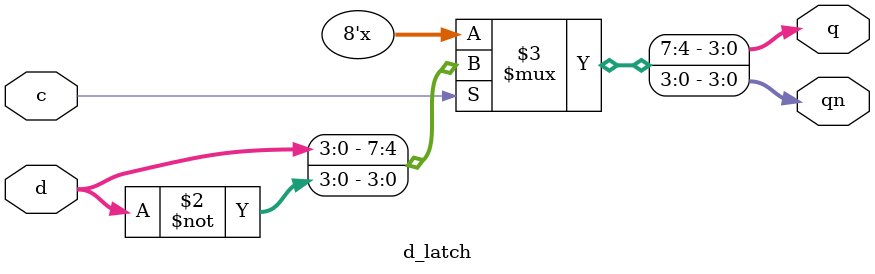
<source format=v>
`timescale 1ns / 1ps

module d_latch(d,c,q,qn);

input[3:0] d;
input c;
output reg[3:0] q;
output reg[3:0] qn;

always @ (d or c)
if(c) {q,qn} <= {d,~d};

endmodule

</source>
